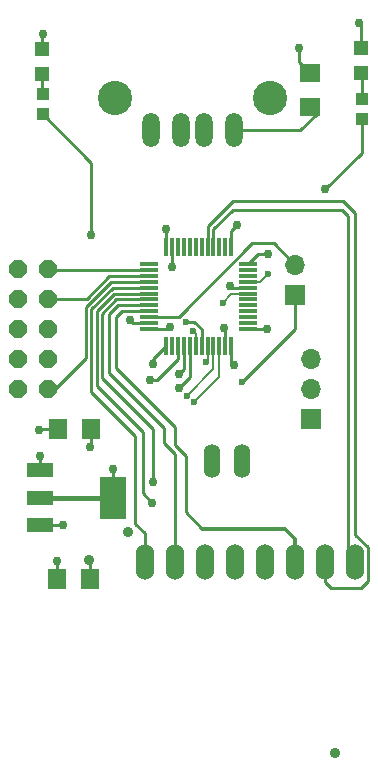
<source format=gbr>
%TF.GenerationSoftware,KiCad,Pcbnew,8.0.6*%
%TF.CreationDate,2024-11-27T18:57:57+00:00*%
%TF.ProjectId,wmk,776d6b2e-6b69-4636-9164-5f7063625858,rev?*%
%TF.SameCoordinates,Original*%
%TF.FileFunction,Copper,L1,Top*%
%TF.FilePolarity,Positive*%
%FSLAX46Y46*%
G04 Gerber Fmt 4.6, Leading zero omitted, Abs format (unit mm)*
G04 Created by KiCad (PCBNEW 8.0.6) date 2024-11-27 18:57:57*
%MOMM*%
%LPD*%
G01*
G04 APERTURE LIST*
G04 Aperture macros list*
%AMRoundRect*
0 Rectangle with rounded corners*
0 $1 Rounding radius*
0 $2 $3 $4 $5 $6 $7 $8 $9 X,Y pos of 4 corners*
0 Add a 4 corners polygon primitive as box body*
4,1,4,$2,$3,$4,$5,$6,$7,$8,$9,$2,$3,0*
0 Add four circle primitives for the rounded corners*
1,1,$1+$1,$2,$3*
1,1,$1+$1,$4,$5*
1,1,$1+$1,$6,$7*
1,1,$1+$1,$8,$9*
0 Add four rect primitives between the rounded corners*
20,1,$1+$1,$2,$3,$4,$5,0*
20,1,$1+$1,$4,$5,$6,$7,0*
20,1,$1+$1,$6,$7,$8,$9,0*
20,1,$1+$1,$8,$9,$2,$3,0*%
%AMOutline5P*
0 Free polygon, 5 corners , with rotation*
0 The origin of the aperture is its center*
0 number of corners: always 5*
0 $1 to $10 corner X, Y*
0 $11 Rotation angle, in degrees counterclockwise*
0 create outline with 5 corners*
4,1,5,$1,$2,$3,$4,$5,$6,$7,$8,$9,$10,$1,$2,$11*%
%AMOutline6P*
0 Free polygon, 6 corners , with rotation*
0 The origin of the aperture is its center*
0 number of corners: always 6*
0 $1 to $12 corner X, Y*
0 $13 Rotation angle, in degrees counterclockwise*
0 create outline with 6 corners*
4,1,6,$1,$2,$3,$4,$5,$6,$7,$8,$9,$10,$11,$12,$1,$2,$13*%
%AMOutline7P*
0 Free polygon, 7 corners , with rotation*
0 The origin of the aperture is its center*
0 number of corners: always 7*
0 $1 to $14 corner X, Y*
0 $15 Rotation angle, in degrees counterclockwise*
0 create outline with 7 corners*
4,1,7,$1,$2,$3,$4,$5,$6,$7,$8,$9,$10,$11,$12,$13,$14,$1,$2,$15*%
%AMOutline8P*
0 Free polygon, 8 corners , with rotation*
0 The origin of the aperture is its center*
0 number of corners: always 8*
0 $1 to $16 corner X, Y*
0 $17 Rotation angle, in degrees counterclockwise*
0 create outline with 8 corners*
4,1,8,$1,$2,$3,$4,$5,$6,$7,$8,$9,$10,$11,$12,$13,$14,$15,$16,$1,$2,$17*%
G04 Aperture macros list end*
%TA.AperFunction,ComponentPad*%
%ADD10R,1.700000X1.700000*%
%TD*%
%TA.AperFunction,ComponentPad*%
%ADD11O,1.700000X1.700000*%
%TD*%
%TA.AperFunction,ComponentPad*%
%ADD12O,1.422400X2.844800*%
%TD*%
%TA.AperFunction,SMDPad,CuDef*%
%ADD13R,1.600000X1.800000*%
%TD*%
%TA.AperFunction,ComponentPad*%
%ADD14O,1.458000X2.916000*%
%TD*%
%TA.AperFunction,ComponentPad*%
%ADD15C,2.900000*%
%TD*%
%TA.AperFunction,SMDPad,CuDef*%
%ADD16R,1.803000X1.600000*%
%TD*%
%TA.AperFunction,SMDPad,CuDef*%
%ADD17R,1.200000X1.200000*%
%TD*%
%TA.AperFunction,SMDPad,CuDef*%
%ADD18R,1.100000X1.000000*%
%TD*%
%TA.AperFunction,SMDPad,CuDef*%
%ADD19RoundRect,0.070000X-0.710000X0.070000X-0.710000X-0.070000X0.710000X-0.070000X0.710000X0.070000X0*%
%TD*%
%TA.AperFunction,SMDPad,CuDef*%
%ADD20RoundRect,0.070000X0.070000X0.710000X-0.070000X0.710000X-0.070000X-0.710000X0.070000X-0.710000X0*%
%TD*%
%TA.AperFunction,SMDPad,CuDef*%
%ADD21R,2.235000X1.219000*%
%TD*%
%TA.AperFunction,SMDPad,CuDef*%
%ADD22R,2.200000X3.600000*%
%TD*%
%TA.AperFunction,ComponentPad*%
%ADD23O,1.524000X3.048000*%
%TD*%
%TA.AperFunction,ComponentPad*%
%ADD24Outline8P,-0.762000X0.315631X-0.315631X0.762000X0.315631X0.762000X0.762000X0.315631X0.762000X-0.315631X0.315631X-0.762000X-0.315631X-0.762000X-0.762000X-0.315631X90.000000*%
%TD*%
%TA.AperFunction,ViaPad*%
%ADD25C,0.600000*%
%TD*%
%TA.AperFunction,ViaPad*%
%ADD26C,0.756400*%
%TD*%
%TA.AperFunction,ViaPad*%
%ADD27C,0.906400*%
%TD*%
%TA.AperFunction,Conductor*%
%ADD28C,0.254000*%
%TD*%
%TA.AperFunction,Conductor*%
%ADD29C,0.200000*%
%TD*%
%TA.AperFunction,Conductor*%
%ADD30C,0.406400*%
%TD*%
%TA.AperFunction,Conductor*%
%ADD31C,0.304800*%
%TD*%
G04 APERTURE END LIST*
D10*
%TO.P,J2,1,Pin_1*%
%TO.N,/SWCLK*%
X157200000Y-80625000D03*
D11*
%TO.P,J2,2,Pin_2*%
%TO.N,/SWDIO*%
X157200000Y-78085000D03*
%TD*%
D12*
%TO.P,JP3,1,1*%
%TO.N,/RX*%
X150150000Y-94750000D03*
%TO.P,JP3,2,2*%
%TO.N,/TX*%
X152690000Y-94750000D03*
%TD*%
D13*
%TO.P,C13,1,1*%
%TO.N,VDD*%
X139893600Y-92026100D03*
%TO.P,C13,2,2*%
%TO.N,GND*%
X137093600Y-92026100D03*
%TD*%
D14*
%TO.P,X1,1,1*%
%TO.N,Net-(F1-Pad2)*%
X152001100Y-66713600D03*
%TO.P,X1,2,2*%
%TO.N,/USB_DM*%
X149501100Y-66713600D03*
%TO.P,X1,3,3*%
%TO.N,/USB_DP*%
X147501100Y-66713600D03*
%TO.P,X1,4,4*%
%TO.N,GND*%
X145001100Y-66713600D03*
D15*
%TO.P,X1,S1,S1*%
%TO.N,unconnected-(X1-PadS1)*%
X155071100Y-64003600D03*
%TO.P,X1,S2,S2*%
%TO.N,unconnected-(X1-PadS2)*%
X141931100Y-64003600D03*
%TD*%
D16*
%TO.P,F1,1,1*%
%TO.N,VCC*%
X158450000Y-61856000D03*
%TO.P,F1,2,2*%
%TO.N,Net-(F1-Pad2)*%
X158450000Y-64700000D03*
%TD*%
D13*
%TO.P,C3,1,1*%
%TO.N,VCC*%
X136999800Y-104723700D03*
%TO.P,C3,2,2*%
%TO.N,GND*%
X139799800Y-104723700D03*
%TD*%
D17*
%TO.P,POWER0,A,A*%
%TO.N,Net-(POWER0-PadA)*%
X135770100Y-61912600D03*
%TO.P,POWER0,C,C*%
%TO.N,GND*%
X135770100Y-59812600D03*
%TD*%
D10*
%TO.P,J1,1,Pin_1*%
%TO.N,GND*%
X158500000Y-91190000D03*
D11*
%TO.P,J1,2,Pin_2*%
%TO.N,Net-(J1-Pin_2)*%
X158500000Y-88650000D03*
%TO.P,J1,3,Pin_3*%
%TO.N,VDD*%
X158500000Y-86110000D03*
%TD*%
D18*
%TO.P,R3,1,1*%
%TO.N,VDD*%
X135820100Y-65336400D03*
%TO.P,R3,2,2*%
%TO.N,Net-(POWER0-PadA)*%
X135820100Y-63636400D03*
%TD*%
D19*
%TO.P,U2,1,VBAT*%
%TO.N,VDD*%
X153207200Y-83537300D03*
%TO.P,U2,2,PC13-TAMPER-RTC*%
%TO.N,unconnected-(U2-PC13-TAMPER-RTC-Pad2)*%
X153207200Y-83037300D03*
%TO.P,U2,3,PC14-OSC32_IN*%
%TO.N,unconnected-(U2-PC14-OSC32_IN-Pad3)*%
X153207200Y-82537300D03*
%TO.P,U2,4,PC15-OSC32_OUT*%
%TO.N,unconnected-(U2-PC15-OSC32_OUT-Pad4)*%
X153207200Y-82037300D03*
%TO.P,U2,5,PD0_OSC_IN*%
%TO.N,unconnected-(U2-PD0_OSC_IN-Pad5)*%
X153207200Y-81537300D03*
%TO.P,U2,6,PD1_OSC_OUT*%
%TO.N,unconnected-(U2-PD1_OSC_OUT-Pad6)*%
X153207200Y-81037300D03*
%TO.P,U2,7,NRST*%
%TO.N,/NRST*%
X153207200Y-80537300D03*
%TO.P,U2,8,VSSA*%
%TO.N,GND*%
X153207200Y-80037300D03*
%TO.P,U2,9,VDDA*%
%TO.N,VDD*%
X153207200Y-79537300D03*
%TO.P,U2,10,PA0_WKUP*%
%TO.N,unconnected-(U2-PA0_WKUP-Pad10)*%
X153207200Y-79037300D03*
%TO.P,U2,11,PA1*%
%TO.N,unconnected-(U2-PA1-Pad11)*%
X153207200Y-78537300D03*
%TO.P,U2,12,PA2*%
%TO.N,unconnected-(U2-PA2-Pad12)*%
X153207200Y-78037300D03*
D20*
%TO.P,U2,13,PA3*%
%TO.N,Net-(U2-PA3)*%
X151777200Y-76607300D03*
%TO.P,U2,14,PA4*%
%TO.N,unconnected-(U2-PA4-Pad14)*%
X151277200Y-76607300D03*
%TO.P,U2,15,PA5*%
%TO.N,unconnected-(U2-PA5-Pad15)*%
X150777200Y-76607300D03*
%TO.P,U2,16,PA6*%
%TO.N,/CLOCK*%
X150277200Y-76607300D03*
%TO.P,U2,17,PA7*%
%TO.N,/DATA*%
X149777200Y-76607300D03*
%TO.P,U2,18,PB0*%
%TO.N,unconnected-(U2-PB0-Pad18)*%
X149277200Y-76607300D03*
%TO.P,U2,19,PB1*%
%TO.N,unconnected-(U2-PB1-Pad19)*%
X148777200Y-76607300D03*
%TO.P,U2,20,PB2*%
%TO.N,unconnected-(U2-PB2-Pad20)*%
X148277200Y-76607300D03*
%TO.P,U2,21,PB10*%
%TO.N,unconnected-(U2-PB10-Pad21)*%
X147777200Y-76607300D03*
%TO.P,U2,22,PB11*%
%TO.N,unconnected-(U2-PB11-Pad22)*%
X147277200Y-76607300D03*
%TO.P,U2,23,VSS*%
%TO.N,GND*%
X146777200Y-76607300D03*
%TO.P,U2,24,VDD*%
%TO.N,VDD*%
X146277200Y-76607300D03*
D19*
%TO.P,U2,25,PB12*%
%TO.N,unconnected-(U2-PB12-Pad25)*%
X144847200Y-78037300D03*
%TO.P,U2,26,PB13*%
%TO.N,Net-(U2-PB13)*%
X144847200Y-78537300D03*
%TO.P,U2,27,PB14*%
%TO.N,Net-(U2-PB14)*%
X144847200Y-79037300D03*
%TO.P,U2,28,PB15*%
%TO.N,Net-(U2-PB15)*%
X144847200Y-79537300D03*
%TO.P,U2,29,PA8*%
%TO.N,/INUSE*%
X144847200Y-80037300D03*
%TO.P,U2,30,PA9*%
%TO.N,/TX*%
X144847200Y-80537300D03*
%TO.P,U2,31,PA10*%
%TO.N,/RX*%
X144847200Y-81037300D03*
%TO.P,U2,32,PA11*%
%TO.N,/STATUS*%
X144847200Y-81537300D03*
%TO.P,U2,33,PA12*%
%TO.N,/RESET*%
X144847200Y-82037300D03*
%TO.P,U2,34,PA13*%
%TO.N,/SWDIO*%
X144847200Y-82537300D03*
%TO.P,U2,35,VSS*%
%TO.N,GND*%
X144847200Y-83037300D03*
%TO.P,U2,36,VDD*%
%TO.N,VDD*%
X144847200Y-83537300D03*
D20*
%TO.P,U2,37,PA14*%
%TO.N,/SWCLK*%
X146277200Y-84967300D03*
%TO.P,U2,38,PA15*%
%TO.N,unconnected-(U2-PA15-Pad38)*%
X146777200Y-84967300D03*
%TO.P,U2,39,PB3*%
%TO.N,Net-(U2-PB3)*%
X147277200Y-84967300D03*
%TO.P,U2,40,PB4*%
%TO.N,Net-(U2-PB4)*%
X147777200Y-84967300D03*
%TO.P,U2,41,PB5*%
%TO.N,Net-(U2-PB5)*%
X148277200Y-84967300D03*
%TO.P,U2,42,PB6*%
%TO.N,/USB_DM*%
X148777200Y-84967300D03*
%TO.P,U2,43,PB7*%
%TO.N,/USB_DP*%
X149277200Y-84967300D03*
%TO.P,U2,44,BOOT0*%
%TO.N,Net-(U2-BOOT0)*%
X149777200Y-84967300D03*
%TO.P,U2,45,PB8*%
%TO.N,Net-(U2-PB8)*%
X150277200Y-84967300D03*
%TO.P,U2,46,PB9*%
%TO.N,Net-(U2-PB9)*%
X150777200Y-84967300D03*
%TO.P,U2,47,VSS*%
%TO.N,GND*%
X151277200Y-84967300D03*
%TO.P,U2,48,VDD*%
%TO.N,VDD*%
X151777200Y-84967300D03*
%TD*%
D21*
%TO.P,IC1,1,GND*%
%TO.N,GND*%
X135589600Y-95500100D03*
%TO.P,IC1,2,OUT*%
%TO.N,VDD*%
X135589600Y-97811100D03*
%TO.P,IC1,3,IN*%
%TO.N,VCC*%
X135589600Y-100122100D03*
D22*
%TO.P,IC1,TAB,OUT1*%
%TO.N,VDD*%
X141787600Y-97811100D03*
%TD*%
D23*
%TO.P,JP2,1,1*%
%TO.N,/CLOCK*%
X162257431Y-103249369D03*
%TO.P,JP2,2,2*%
%TO.N,/DATA*%
X159717431Y-103249369D03*
%TO.P,JP2,3,3*%
%TO.N,/RESET*%
X157177431Y-103249369D03*
%TO.P,JP2,4,4*%
%TO.N,VCC*%
X154637431Y-103249369D03*
%TO.P,JP2,5,5*%
%TO.N,unconnected-(JP2-Pad5)*%
X152097431Y-103249369D03*
%TO.P,JP2,6,6*%
%TO.N,GND*%
X149557431Y-103249369D03*
%TO.P,JP2,7,7*%
%TO.N,/STATUS*%
X147017431Y-103249369D03*
%TO.P,JP2,8,8*%
%TO.N,/INUSE*%
X144477431Y-103249369D03*
%TD*%
D18*
%TO.P,R4,1,1*%
%TO.N,VDD*%
X162834900Y-65731400D03*
%TO.P,R4,2,2*%
%TO.N,Net-(CONNECT0-PadA)*%
X162834900Y-64031400D03*
%TD*%
D17*
%TO.P,CONNECT0,A,A*%
%TO.N,Net-(CONNECT0-PadA)*%
X162772900Y-61836400D03*
%TO.P,CONNECT0,C,C*%
%TO.N,Net-(U2-PA3)*%
X162772900Y-59736400D03*
%TD*%
D24*
%TO.P,JP1,1,1*%
%TO.N,Net-(U2-PB15)*%
X136271100Y-88583600D03*
%TO.P,JP1,2,2*%
%TO.N,Net-(U2-PB9)*%
X133731100Y-88583600D03*
%TO.P,JP1,3,3*%
%TO.N,VCC*%
X136271100Y-86043600D03*
%TO.P,JP1,4,4*%
%TO.N,Net-(U2-PB8)*%
X133731100Y-86043600D03*
%TO.P,JP1,5,5*%
%TO.N,GND*%
X136271100Y-83503600D03*
%TO.P,JP1,6,6*%
%TO.N,Net-(U2-PB5)*%
X133731100Y-83503600D03*
%TO.P,JP1,7,7*%
%TO.N,Net-(U2-PB14)*%
X136271100Y-80963600D03*
%TO.P,JP1,8,8*%
%TO.N,Net-(U2-PB4)*%
X133731100Y-80963600D03*
%TO.P,JP1,9,9*%
%TO.N,Net-(U2-PB13)*%
X136271100Y-78423600D03*
%TO.P,JP1,10,10*%
%TO.N,Net-(U2-PB3)*%
X133731100Y-78423600D03*
%TD*%
D25*
%TO.N,VDD*%
X154869200Y-78900000D03*
%TO.N,/SWCLK*%
X152700000Y-88053200D03*
%TO.N,/NRST*%
X151100000Y-81300000D03*
D26*
%TO.N,GND*%
X151140550Y-83459450D03*
X151650000Y-79900000D03*
X146792000Y-78272700D03*
X143210600Y-82768500D03*
X135590600Y-94274700D03*
X135819200Y-58536900D03*
D27*
X160546100Y-119446100D03*
X143083600Y-100713600D03*
D26*
X135514400Y-92064900D03*
D27*
X139781600Y-103063100D03*
D26*
%TO.N,VDD*%
X139857800Y-93512700D03*
X154793000Y-83530500D03*
X139934000Y-75605700D03*
X146563400Y-83378100D03*
X159746000Y-71719500D03*
X141762800Y-95417700D03*
X152049800Y-86578500D03*
X146258600Y-75072300D03*
%TO.N,VCC*%
X157536200Y-59756100D03*
X137038400Y-103190100D03*
X137571800Y-100142100D03*
%TO.N,Net-(U2-PA3)*%
X152278400Y-74767500D03*
X162641600Y-57622500D03*
%TO.N,Net-(U2-PB3)*%
X144887000Y-87873900D03*
%TO.N,Net-(U2-PB4)*%
X147325400Y-87340500D03*
%TO.N,Net-(U2-PB5)*%
X147325400Y-88559700D03*
D25*
%TO.N,Net-(U2-PB8)*%
X148031200Y-89204800D03*
%TO.N,Net-(U2-PB9)*%
X148627844Y-89741779D03*
D26*
%TO.N,/TX*%
X145115600Y-98237100D03*
%TO.N,/RX*%
X145191800Y-96484500D03*
%TO.N,/SWCLK*%
X145150000Y-86500000D03*
D25*
%TO.N,Net-(U2-BOOT0)*%
X149674500Y-86326084D03*
%TO.N,/USB_DP*%
X147929600Y-82905600D03*
%TO.N,/USB_DM*%
X148539200Y-83667600D03*
D26*
%TO.N,unconnected-(U2-PA2-Pad12)*%
X154869200Y-77205900D03*
%TD*%
D28*
%TO.N,VDD*%
X154869200Y-78900000D02*
X154869200Y-78954225D01*
%TO.N,Net-(F1-Pad2)*%
X152001100Y-66713600D02*
X157586400Y-66713600D01*
X157586400Y-66713600D02*
X159009400Y-65290600D01*
X159009400Y-65290600D02*
X159009400Y-64734100D01*
%TO.N,VCC*%
X157536200Y-59756100D02*
X157536200Y-60942200D01*
X157536200Y-60942200D02*
X158484100Y-61890100D01*
X158484100Y-61890100D02*
X159009400Y-61890100D01*
%TO.N,/DATA*%
X149777200Y-76607300D02*
X149777200Y-74830300D01*
X149777200Y-74830300D02*
X151897400Y-72710100D01*
X151897400Y-72710100D02*
X161237200Y-72710100D01*
X161237200Y-72710100D02*
X162250000Y-73722900D01*
X162250000Y-73722900D02*
X162250000Y-100935334D01*
X162250000Y-100935334D02*
X163349631Y-102034965D01*
X163349631Y-102034965D02*
X163349631Y-104844269D01*
X160250000Y-105450000D02*
X159717431Y-104917431D01*
X163349631Y-104844269D02*
X162743900Y-105450000D01*
X162743900Y-105450000D02*
X160250000Y-105450000D01*
X159717431Y-104917431D02*
X159717431Y-103249369D01*
%TO.N,/CLOCK*%
X150277200Y-76607300D02*
X150277200Y-75092300D01*
X150277200Y-75092300D02*
X151897400Y-73472100D01*
X151897400Y-73472100D02*
X161193800Y-73472100D01*
X161193800Y-73472100D02*
X161700000Y-73978300D01*
X161700000Y-73978300D02*
X161700000Y-102691938D01*
X161700000Y-102691938D02*
X162257431Y-103249369D01*
%TO.N,/SWCLK*%
X157200000Y-83553200D02*
X157200000Y-80625000D01*
X152700000Y-88053200D02*
X157200000Y-83553200D01*
X145150000Y-86500000D02*
X145150000Y-86094500D01*
X145150000Y-86094500D02*
X146277200Y-84967300D01*
%TO.N,/SWDIO*%
X153573800Y-76291500D02*
X155406500Y-76291500D01*
X155406500Y-76291500D02*
X157200000Y-78085000D01*
D29*
%TO.N,/NRST*%
X151805900Y-80594100D02*
X151100000Y-81300000D01*
X152950000Y-80594100D02*
X151805900Y-80594100D01*
X153006800Y-80537300D02*
X152950000Y-80594100D01*
X153207200Y-80537300D02*
X153006800Y-80537300D01*
D28*
%TO.N,GND*%
X151650000Y-79900000D02*
X151787300Y-80037300D01*
X151787300Y-80037300D02*
X153207200Y-80037300D01*
X151140550Y-83459450D02*
X151277200Y-83596100D01*
X151277200Y-83596100D02*
X151277200Y-84967300D01*
X146777200Y-76607300D02*
X146777200Y-78257900D01*
X143479400Y-83037300D02*
X143210600Y-82768500D01*
X144847200Y-83037300D02*
X143479400Y-83037300D01*
X146777200Y-78257900D02*
X146792000Y-78272700D01*
X135589600Y-95500100D02*
X135589600Y-94275700D01*
X135770100Y-59812600D02*
X135770100Y-58586000D01*
X139799800Y-104723700D02*
X139799800Y-103081300D01*
X137093600Y-92026100D02*
X135553200Y-92026100D01*
X135770100Y-58586000D02*
X135819200Y-58536900D01*
X135553200Y-92026100D02*
X135514400Y-92064900D01*
X139799800Y-103081300D02*
X139781600Y-103063100D01*
X135589600Y-94275700D02*
X135590600Y-94274700D01*
%TO.N,VDD*%
X141787600Y-95442500D02*
X141762800Y-95417700D01*
X146277200Y-76607300D02*
X146277200Y-75090900D01*
X141787600Y-97811100D02*
X141787600Y-95442500D01*
X162834900Y-68630600D02*
X159746000Y-71719500D01*
X151777200Y-86305900D02*
X151777200Y-84967300D01*
D29*
X153207200Y-79537300D02*
X154214200Y-79537300D01*
D28*
X139893600Y-93476900D02*
X139857800Y-93512700D01*
X162834900Y-65731400D02*
X162834900Y-68630600D01*
X139934000Y-75605700D02*
X139934000Y-69450300D01*
X154869200Y-78882300D02*
X154869200Y-78900000D01*
X146563400Y-83378100D02*
X146404200Y-83537300D01*
X153207200Y-83537300D02*
X154786200Y-83537300D01*
X146277200Y-75090900D02*
X146258600Y-75072300D01*
X139893600Y-92026100D02*
X139893600Y-93476900D01*
X146404200Y-83537300D02*
X144847200Y-83537300D01*
X154786200Y-83537300D02*
X154793000Y-83530500D01*
D29*
X154214200Y-79537300D02*
X154869200Y-78882300D01*
D28*
X139934000Y-69450300D02*
X135820100Y-65336400D01*
D30*
X135589600Y-97811100D02*
X141787600Y-97811100D01*
D28*
X152049800Y-86578500D02*
X151777200Y-86305900D01*
%TO.N,VCC*%
X135589600Y-100122100D02*
X137551800Y-100122100D01*
X136999800Y-103228700D02*
X137038400Y-103190100D01*
X136999800Y-104723700D02*
X136999800Y-103228700D01*
X137551800Y-100122100D02*
X137571800Y-100142100D01*
%TO.N,unconnected-(U2-PD1_OSC_OUT-Pad6)*%
X153228600Y-81015900D02*
X153207200Y-81037300D01*
%TO.N,Net-(CONNECT0-PadA)*%
X162772900Y-61836400D02*
X162834900Y-61898400D01*
X162834900Y-61898400D02*
X162834900Y-64031400D01*
%TO.N,Net-(U2-PA3)*%
X151777200Y-76607300D02*
X151777200Y-75268700D01*
X162772900Y-57753800D02*
X162772900Y-59736400D01*
X162641600Y-57622500D02*
X162772900Y-57753800D01*
X151777200Y-75268700D02*
X152278400Y-74767500D01*
%TO.N,Net-(U2-PB3)*%
X144887000Y-87873900D02*
X145496600Y-87873900D01*
X147277200Y-86093300D02*
X147277200Y-84967300D01*
X145496600Y-87873900D02*
X147277200Y-86093300D01*
%TO.N,Net-(U2-PB13)*%
X136271100Y-78423600D02*
X136384800Y-78537300D01*
X136384800Y-78537300D02*
X144847200Y-78537300D01*
%TO.N,Net-(U2-PB4)*%
X147777200Y-86888700D02*
X147325400Y-87340500D01*
X147777200Y-84967300D02*
X147777200Y-86888700D01*
%TO.N,Net-(U2-PB14)*%
X136271100Y-80963600D02*
X139531456Y-80963600D01*
X139531456Y-80963600D02*
X141457756Y-79037300D01*
X141457756Y-79037300D02*
X144847200Y-79037300D01*
%TO.N,Net-(U2-PB5)*%
X148277200Y-87607900D02*
X148277200Y-84967300D01*
X147325400Y-88559700D02*
X148277200Y-87607900D01*
D29*
%TO.N,Net-(U2-PB8)*%
X148031200Y-89204800D02*
X150277200Y-86958800D01*
X150277200Y-86958800D02*
X150277200Y-84967300D01*
%TO.N,Net-(U2-PB9)*%
X148627844Y-89741779D02*
X150777200Y-87592423D01*
X150777200Y-87592423D02*
X150777200Y-84967300D01*
D28*
%TO.N,Net-(U2-PB15)*%
X139476800Y-85968900D02*
X139476800Y-81664838D01*
X136862100Y-88583600D02*
X139476800Y-85968900D01*
X141604337Y-79537300D02*
X144847200Y-79537300D01*
X136271100Y-88583600D02*
X136862100Y-88583600D01*
X139476800Y-81664838D02*
X141604337Y-79537300D01*
%TO.N,/INUSE*%
X139934000Y-88864500D02*
X139934000Y-81854219D01*
X139934000Y-88864500D02*
X143667800Y-92598300D01*
X143667800Y-100018269D02*
X144477431Y-100827900D01*
X143667800Y-92598300D02*
X143667800Y-100018269D01*
X144477431Y-100827900D02*
X144477431Y-103249369D01*
X139934000Y-81854219D02*
X141750918Y-80037300D01*
X141750918Y-80037300D02*
X144847200Y-80037300D01*
%TO.N,/STATUS*%
X142190662Y-81537300D02*
X144847200Y-81537300D01*
X147017431Y-94160469D02*
X147017431Y-103249369D01*
X146080800Y-93223838D02*
X147017431Y-94160469D01*
X146080800Y-91887100D02*
X146080800Y-93223838D01*
X141432600Y-82295363D02*
X142190662Y-81537300D01*
X141432600Y-87238900D02*
X146080800Y-91887100D01*
X141432600Y-87238900D02*
X141432600Y-82295363D01*
%TO.N,/RESET*%
X147935000Y-99062600D02*
X149344700Y-100472300D01*
X147935000Y-94274700D02*
X147935000Y-99062600D01*
X141991400Y-86807100D02*
X141991400Y-82539900D01*
X147020600Y-91836300D02*
X141991400Y-86807100D01*
X144847200Y-82037300D02*
X142494000Y-82037300D01*
D31*
X157177431Y-103249369D02*
X157177431Y-101320032D01*
D28*
X142494000Y-82037300D02*
X141991400Y-82539900D01*
X147935000Y-94274700D02*
X147020600Y-93360300D01*
X147020600Y-93360300D02*
X147020600Y-91836300D01*
D31*
X149344700Y-100472300D02*
X156329700Y-100472300D01*
X157177431Y-101320032D02*
X156329700Y-100472300D01*
D28*
%TO.N,/TX*%
X140391200Y-88370319D02*
X144277400Y-92256519D01*
X140391200Y-88370319D02*
X140391200Y-82043600D01*
X140391200Y-82043600D02*
X141876100Y-80558700D01*
X144277400Y-92256519D02*
X144277400Y-97398900D01*
X141876100Y-80558700D02*
X144825800Y-80558700D01*
X144277400Y-97398900D02*
X145115600Y-98237100D01*
X144825800Y-80558700D02*
X144847200Y-80537300D01*
%TO.N,/RX*%
X142044081Y-81037300D02*
X144847200Y-81037300D01*
X140848400Y-87645300D02*
X140848400Y-82232982D01*
X140848400Y-82232982D02*
X142044081Y-81037300D01*
X140848400Y-87645300D02*
X145191800Y-91988700D01*
X145191800Y-91988700D02*
X145191800Y-96484500D01*
%TO.N,Net-(POWER0-PadA)*%
X135770100Y-63586400D02*
X135820100Y-63636400D01*
X135770100Y-61912600D02*
X135770100Y-63586400D01*
%TO.N,/SWDIO*%
X144847200Y-82537300D02*
X147328000Y-82537300D01*
X147328000Y-82537300D02*
X153573800Y-76291500D01*
D29*
%TO.N,Net-(U2-BOOT0)*%
X149674500Y-86326084D02*
X149777200Y-86223384D01*
X149777200Y-86223384D02*
X149777200Y-84967300D01*
D28*
%TO.N,/USB_DP*%
X149277200Y-84967300D02*
X149277200Y-83514362D01*
X148668438Y-82905600D02*
X147929600Y-82905600D01*
X149306600Y-84996700D02*
X149277200Y-84967300D01*
X149277200Y-83514362D02*
X148668438Y-82905600D01*
D29*
%TO.N,/USB_DM*%
X148777200Y-83905600D02*
X148777200Y-84967300D01*
X148539200Y-83667600D02*
X148777200Y-83905600D01*
D28*
%TO.N,unconnected-(U2-PA2-Pad12)*%
X153207200Y-78037300D02*
X154038600Y-77205900D01*
X154038600Y-77205900D02*
X154869200Y-77205900D01*
%TD*%
M02*

</source>
